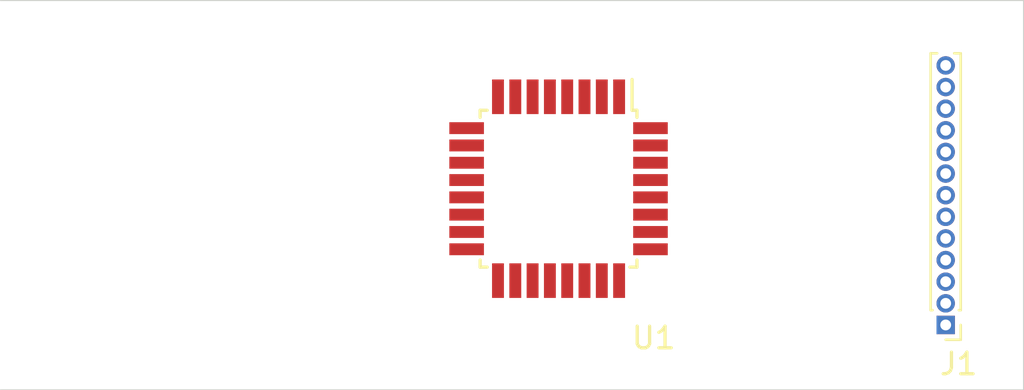
<source format=kicad_pcb>
(kicad_pcb (version 20171130) (host pcbnew 5.1.5+dfsg1-2build2)

  (general
    (thickness 1.6)
    (drawings 3)
    (tracks 0)
    (zones 0)
    (modules 2)
    (nets 29)
  )

  (page A4)
  (layers
    (0 F.Cu signal)
    (31 B.Cu signal)
    (32 B.Adhes user)
    (33 F.Adhes user)
    (34 B.Paste user)
    (35 F.Paste user)
    (36 B.SilkS user)
    (37 F.SilkS user)
    (38 B.Mask user)
    (39 F.Mask user)
    (40 Dwgs.User user)
    (41 Cmts.User user)
    (42 Eco1.User user)
    (43 Eco2.User user)
    (44 Edge.Cuts user)
    (45 Margin user)
    (46 B.CrtYd user)
    (47 F.CrtYd user)
    (48 B.Fab user)
    (49 F.Fab user hide)
  )

  (setup
    (last_trace_width 0.25)
    (trace_clearance 0.2)
    (zone_clearance 0.508)
    (zone_45_only no)
    (trace_min 0.2)
    (via_size 0.8)
    (via_drill 0.4)
    (via_min_size 0.4)
    (via_min_drill 0.3)
    (uvia_size 0.3)
    (uvia_drill 0.1)
    (uvias_allowed no)
    (uvia_min_size 0.2)
    (uvia_min_drill 0.1)
    (edge_width 0.05)
    (segment_width 0.2)
    (pcb_text_width 0.3)
    (pcb_text_size 1.5 1.5)
    (mod_edge_width 0.12)
    (mod_text_size 1 1)
    (mod_text_width 0.15)
    (pad_size 1.524 1.524)
    (pad_drill 0.762)
    (pad_to_mask_clearance 0.051)
    (solder_mask_min_width 0.25)
    (aux_axis_origin 0 0)
    (visible_elements FFFFFF7F)
    (pcbplotparams
      (layerselection 0x010fc_ffffffff)
      (usegerberextensions false)
      (usegerberattributes false)
      (usegerberadvancedattributes false)
      (creategerberjobfile false)
      (excludeedgelayer true)
      (linewidth 0.100000)
      (plotframeref false)
      (viasonmask false)
      (mode 1)
      (useauxorigin false)
      (hpglpennumber 1)
      (hpglpenspeed 20)
      (hpglpendiameter 15.000000)
      (psnegative false)
      (psa4output false)
      (plotreference true)
      (plotvalue true)
      (plotinvisibletext false)
      (padsonsilk false)
      (subtractmaskfromsilk false)
      (outputformat 1)
      (mirror false)
      (drillshape 1)
      (scaleselection 1)
      (outputdirectory ""))
  )

  (net 0 "")
  (net 1 /EN)
  (net 2 /BUSY)
  (net 3 /RST)
  (net 4 /SDCS)
  (net 5 /SRCS)
  (net 6 /DC)
  (net 7 /ECS)
  (net 8 /MOSI)
  (net 9 /MISO)
  (net 10 /SCK)
  (net 11 GND)
  (net 12 +3V3)
  (net 13 "Net-(U1-Pad29)")
  (net 14 /SCL)
  (net 15 /SDA)
  (net 16 "Net-(U1-Pad22)")
  (net 17 "Net-(U1-Pad20)")
  (net 18 "Net-(U1-Pad19)")
  (net 19 "Net-(U1-Pad14)")
  (net 20 "Net-(U1-Pad13)")
  (net 21 "Net-(U1-Pad12)")
  (net 22 "Net-(U1-Pad11)")
  (net 23 "Net-(U1-Pad10)")
  (net 24 "Net-(U1-Pad9)")
  (net 25 "Net-(U1-Pad8)")
  (net 26 "Net-(U1-Pad7)")
  (net 27 "Net-(U1-Pad2)")
  (net 28 "Net-(U1-Pad1)")

  (net_class Default "This is the default net class."
    (clearance 0.2)
    (trace_width 0.25)
    (via_dia 0.8)
    (via_drill 0.4)
    (uvia_dia 0.3)
    (uvia_drill 0.1)
    (add_net +3V3)
    (add_net /BUSY)
    (add_net /DC)
    (add_net /ECS)
    (add_net /EN)
    (add_net /MISO)
    (add_net /MOSI)
    (add_net /RST)
    (add_net /SCK)
    (add_net /SCL)
    (add_net /SDA)
    (add_net /SDCS)
    (add_net /SRCS)
    (add_net GND)
    (add_net "Net-(U1-Pad1)")
    (add_net "Net-(U1-Pad10)")
    (add_net "Net-(U1-Pad11)")
    (add_net "Net-(U1-Pad12)")
    (add_net "Net-(U1-Pad13)")
    (add_net "Net-(U1-Pad14)")
    (add_net "Net-(U1-Pad19)")
    (add_net "Net-(U1-Pad2)")
    (add_net "Net-(U1-Pad20)")
    (add_net "Net-(U1-Pad22)")
    (add_net "Net-(U1-Pad29)")
    (add_net "Net-(U1-Pad7)")
    (add_net "Net-(U1-Pad8)")
    (add_net "Net-(U1-Pad9)")
  )

  (module Package_QFP:TQFP-32_7x7mm_P0.8mm (layer F.Cu) (tedit 5A02F146) (tstamp 601E6C83)
    (at 175.7 71.7 270)
    (descr "32-Lead Plastic Thin Quad Flatpack (PT) - 7x7x1.0 mm Body, 2.00 mm [TQFP] (see Microchip Packaging Specification 00000049BS.pdf)")
    (tags "QFP 0.8")
    (path /6022F5CE)
    (attr smd)
    (fp_text reference U1 (at 6.9 -4.4 180) (layer F.SilkS)
      (effects (font (size 1 1) (thickness 0.15)))
    )
    (fp_text value ATmega328P (at 0 6.05 90) (layer F.Fab)
      (effects (font (size 1 1) (thickness 0.15)))
    )
    (fp_line (start -3.625 -3.4) (end -5.05 -3.4) (layer F.SilkS) (width 0.15))
    (fp_line (start 3.625 -3.625) (end 3.3 -3.625) (layer F.SilkS) (width 0.15))
    (fp_line (start 3.625 3.625) (end 3.3 3.625) (layer F.SilkS) (width 0.15))
    (fp_line (start -3.625 3.625) (end -3.3 3.625) (layer F.SilkS) (width 0.15))
    (fp_line (start -3.625 -3.625) (end -3.3 -3.625) (layer F.SilkS) (width 0.15))
    (fp_line (start -3.625 3.625) (end -3.625 3.3) (layer F.SilkS) (width 0.15))
    (fp_line (start 3.625 3.625) (end 3.625 3.3) (layer F.SilkS) (width 0.15))
    (fp_line (start 3.625 -3.625) (end 3.625 -3.3) (layer F.SilkS) (width 0.15))
    (fp_line (start -3.625 -3.625) (end -3.625 -3.4) (layer F.SilkS) (width 0.15))
    (fp_line (start -5.3 5.3) (end 5.3 5.3) (layer F.CrtYd) (width 0.05))
    (fp_line (start -5.3 -5.3) (end 5.3 -5.3) (layer F.CrtYd) (width 0.05))
    (fp_line (start 5.3 -5.3) (end 5.3 5.3) (layer F.CrtYd) (width 0.05))
    (fp_line (start -5.3 -5.3) (end -5.3 5.3) (layer F.CrtYd) (width 0.05))
    (fp_line (start -3.5 -2.5) (end -2.5 -3.5) (layer F.Fab) (width 0.15))
    (fp_line (start -3.5 3.5) (end -3.5 -2.5) (layer F.Fab) (width 0.15))
    (fp_line (start 3.5 3.5) (end -3.5 3.5) (layer F.Fab) (width 0.15))
    (fp_line (start 3.5 -3.5) (end 3.5 3.5) (layer F.Fab) (width 0.15))
    (fp_line (start -2.5 -3.5) (end 3.5 -3.5) (layer F.Fab) (width 0.15))
    (fp_text user %R (at 0 0 90) (layer F.Fab)
      (effects (font (size 1 1) (thickness 0.15)))
    )
    (pad 32 smd rect (at -2.8 -4.25) (size 1.6 0.55) (layers F.Cu F.Paste F.Mask)
      (net 3 /RST))
    (pad 31 smd rect (at -2 -4.25) (size 1.6 0.55) (layers F.Cu F.Paste F.Mask)
      (net 4 /SDCS))
    (pad 30 smd rect (at -1.2 -4.25) (size 1.6 0.55) (layers F.Cu F.Paste F.Mask)
      (net 5 /SRCS))
    (pad 29 smd rect (at -0.4 -4.25) (size 1.6 0.55) (layers F.Cu F.Paste F.Mask)
      (net 13 "Net-(U1-Pad29)"))
    (pad 28 smd rect (at 0.4 -4.25) (size 1.6 0.55) (layers F.Cu F.Paste F.Mask)
      (net 14 /SCL))
    (pad 27 smd rect (at 1.2 -4.25) (size 1.6 0.55) (layers F.Cu F.Paste F.Mask)
      (net 15 /SDA))
    (pad 26 smd rect (at 2 -4.25) (size 1.6 0.55) (layers F.Cu F.Paste F.Mask)
      (net 6 /DC))
    (pad 25 smd rect (at 2.8 -4.25) (size 1.6 0.55) (layers F.Cu F.Paste F.Mask)
      (net 7 /ECS))
    (pad 24 smd rect (at 4.25 -2.8 270) (size 1.6 0.55) (layers F.Cu F.Paste F.Mask)
      (net 1 /EN))
    (pad 23 smd rect (at 4.25 -2 270) (size 1.6 0.55) (layers F.Cu F.Paste F.Mask)
      (net 2 /BUSY))
    (pad 22 smd rect (at 4.25 -1.2 270) (size 1.6 0.55) (layers F.Cu F.Paste F.Mask)
      (net 16 "Net-(U1-Pad22)"))
    (pad 21 smd rect (at 4.25 -0.4 270) (size 1.6 0.55) (layers F.Cu F.Paste F.Mask)
      (net 11 GND))
    (pad 20 smd rect (at 4.25 0.4 270) (size 1.6 0.55) (layers F.Cu F.Paste F.Mask)
      (net 17 "Net-(U1-Pad20)"))
    (pad 19 smd rect (at 4.25 1.2 270) (size 1.6 0.55) (layers F.Cu F.Paste F.Mask)
      (net 18 "Net-(U1-Pad19)"))
    (pad 18 smd rect (at 4.25 2 270) (size 1.6 0.55) (layers F.Cu F.Paste F.Mask)
      (net 12 +3V3))
    (pad 17 smd rect (at 4.25 2.8 270) (size 1.6 0.55) (layers F.Cu F.Paste F.Mask)
      (net 10 /SCK))
    (pad 16 smd rect (at 2.8 4.25) (size 1.6 0.55) (layers F.Cu F.Paste F.Mask)
      (net 9 /MISO))
    (pad 15 smd rect (at 2 4.25) (size 1.6 0.55) (layers F.Cu F.Paste F.Mask)
      (net 8 /MOSI))
    (pad 14 smd rect (at 1.2 4.25) (size 1.6 0.55) (layers F.Cu F.Paste F.Mask)
      (net 19 "Net-(U1-Pad14)"))
    (pad 13 smd rect (at 0.4 4.25) (size 1.6 0.55) (layers F.Cu F.Paste F.Mask)
      (net 20 "Net-(U1-Pad13)"))
    (pad 12 smd rect (at -0.4 4.25) (size 1.6 0.55) (layers F.Cu F.Paste F.Mask)
      (net 21 "Net-(U1-Pad12)"))
    (pad 11 smd rect (at -1.2 4.25) (size 1.6 0.55) (layers F.Cu F.Paste F.Mask)
      (net 22 "Net-(U1-Pad11)"))
    (pad 10 smd rect (at -2 4.25) (size 1.6 0.55) (layers F.Cu F.Paste F.Mask)
      (net 23 "Net-(U1-Pad10)"))
    (pad 9 smd rect (at -2.8 4.25) (size 1.6 0.55) (layers F.Cu F.Paste F.Mask)
      (net 24 "Net-(U1-Pad9)"))
    (pad 8 smd rect (at -4.25 2.8 270) (size 1.6 0.55) (layers F.Cu F.Paste F.Mask)
      (net 25 "Net-(U1-Pad8)"))
    (pad 7 smd rect (at -4.25 2 270) (size 1.6 0.55) (layers F.Cu F.Paste F.Mask)
      (net 26 "Net-(U1-Pad7)"))
    (pad 6 smd rect (at -4.25 1.2 270) (size 1.6 0.55) (layers F.Cu F.Paste F.Mask)
      (net 12 +3V3))
    (pad 5 smd rect (at -4.25 0.4 270) (size 1.6 0.55) (layers F.Cu F.Paste F.Mask)
      (net 11 GND))
    (pad 4 smd rect (at -4.25 -0.4 270) (size 1.6 0.55) (layers F.Cu F.Paste F.Mask)
      (net 12 +3V3))
    (pad 3 smd rect (at -4.25 -1.2 270) (size 1.6 0.55) (layers F.Cu F.Paste F.Mask)
      (net 11 GND))
    (pad 2 smd rect (at -4.25 -2 270) (size 1.6 0.55) (layers F.Cu F.Paste F.Mask)
      (net 27 "Net-(U1-Pad2)"))
    (pad 1 smd rect (at -4.25 -2.8 270) (size 1.6 0.55) (layers F.Cu F.Paste F.Mask)
      (net 28 "Net-(U1-Pad1)"))
    (model ${KISYS3DMOD}/Package_QFP.3dshapes/TQFP-32_7x7mm_P0.8mm.wrl
      (at (xyz 0 0 0))
      (scale (xyz 1 1 1))
      (rotate (xyz 0 0 0))
    )
  )

  (module Connector_PinHeader_1.00mm:PinHeader_1x13_P1.00mm_Vertical (layer F.Cu) (tedit 59FED738) (tstamp 601E6C4C)
    (at 193.6 78 180)
    (descr "Through hole straight pin header, 1x13, 1.00mm pitch, single row")
    (tags "Through hole pin header THT 1x13 1.00mm single row")
    (path /6021FA19)
    (fp_text reference J1 (at -0.6 -1.8) (layer F.SilkS)
      (effects (font (size 1 1) (thickness 0.15)))
    )
    (fp_text value "2.13\" eInk" (at 0 13.56) (layer F.Fab)
      (effects (font (size 1 1) (thickness 0.15)))
    )
    (fp_text user %R (at 0 6 90) (layer F.Fab)
      (effects (font (size 0.76 0.76) (thickness 0.114)))
    )
    (fp_line (start 1.15 -1) (end -1.15 -1) (layer F.CrtYd) (width 0.05))
    (fp_line (start 1.15 13) (end 1.15 -1) (layer F.CrtYd) (width 0.05))
    (fp_line (start -1.15 13) (end 1.15 13) (layer F.CrtYd) (width 0.05))
    (fp_line (start -1.15 -1) (end -1.15 13) (layer F.CrtYd) (width 0.05))
    (fp_line (start -0.695 -0.685) (end 0 -0.685) (layer F.SilkS) (width 0.12))
    (fp_line (start -0.695 0) (end -0.695 -0.685) (layer F.SilkS) (width 0.12))
    (fp_line (start 0.608276 0.685) (end 0.695 0.685) (layer F.SilkS) (width 0.12))
    (fp_line (start -0.695 0.685) (end -0.608276 0.685) (layer F.SilkS) (width 0.12))
    (fp_line (start 0.695 0.685) (end 0.695 12.56) (layer F.SilkS) (width 0.12))
    (fp_line (start -0.695 0.685) (end -0.695 12.56) (layer F.SilkS) (width 0.12))
    (fp_line (start 0.394493 12.56) (end 0.695 12.56) (layer F.SilkS) (width 0.12))
    (fp_line (start -0.695 12.56) (end -0.394493 12.56) (layer F.SilkS) (width 0.12))
    (fp_line (start -0.635 -0.1825) (end -0.3175 -0.5) (layer F.Fab) (width 0.1))
    (fp_line (start -0.635 12.5) (end -0.635 -0.1825) (layer F.Fab) (width 0.1))
    (fp_line (start 0.635 12.5) (end -0.635 12.5) (layer F.Fab) (width 0.1))
    (fp_line (start 0.635 -0.5) (end 0.635 12.5) (layer F.Fab) (width 0.1))
    (fp_line (start -0.3175 -0.5) (end 0.635 -0.5) (layer F.Fab) (width 0.1))
    (pad 13 thru_hole oval (at 0 12 180) (size 0.85 0.85) (drill 0.5) (layers *.Cu *.Mask)
      (net 1 /EN))
    (pad 12 thru_hole oval (at 0 11 180) (size 0.85 0.85) (drill 0.5) (layers *.Cu *.Mask)
      (net 2 /BUSY))
    (pad 11 thru_hole oval (at 0 10 180) (size 0.85 0.85) (drill 0.5) (layers *.Cu *.Mask)
      (net 3 /RST))
    (pad 10 thru_hole oval (at 0 9 180) (size 0.85 0.85) (drill 0.5) (layers *.Cu *.Mask)
      (net 4 /SDCS))
    (pad 9 thru_hole oval (at 0 8 180) (size 0.85 0.85) (drill 0.5) (layers *.Cu *.Mask)
      (net 5 /SRCS))
    (pad 8 thru_hole oval (at 0 7 180) (size 0.85 0.85) (drill 0.5) (layers *.Cu *.Mask)
      (net 6 /DC))
    (pad 7 thru_hole oval (at 0 6 180) (size 0.85 0.85) (drill 0.5) (layers *.Cu *.Mask)
      (net 7 /ECS))
    (pad 6 thru_hole oval (at 0 5 180) (size 0.85 0.85) (drill 0.5) (layers *.Cu *.Mask)
      (net 8 /MOSI))
    (pad 5 thru_hole oval (at 0 4 180) (size 0.85 0.85) (drill 0.5) (layers *.Cu *.Mask)
      (net 9 /MISO))
    (pad 4 thru_hole oval (at 0 3 180) (size 0.85 0.85) (drill 0.5) (layers *.Cu *.Mask)
      (net 10 /SCK))
    (pad 3 thru_hole oval (at 0 2 180) (size 0.85 0.85) (drill 0.5) (layers *.Cu *.Mask)
      (net 11 GND))
    (pad 2 thru_hole oval (at 0 1 180) (size 0.85 0.85) (drill 0.5) (layers *.Cu *.Mask)
      (net 12 +3V3))
    (pad 1 thru_hole rect (at 0 0 180) (size 0.85 0.85) (drill 0.5) (layers *.Cu *.Mask)
      (net 12 +3V3))
    (model ${KISYS3DMOD}/Connector_PinHeader_1.00mm.3dshapes/PinHeader_1x13_P1.00mm_Vertical.wrl
      (at (xyz 0 0 0))
      (scale (xyz 1 1 1))
      (rotate (xyz 0 0 0))
    )
  )

  (gr_line (start 197.2 81) (end 149.9 81) (layer Edge.Cuts) (width 0.05))
  (gr_line (start 197.2 63) (end 149.9 63) (layer Edge.Cuts) (width 0.05))
  (gr_line (start 197.2 81) (end 197.2 63) (layer Edge.Cuts) (width 0.05))

)

</source>
